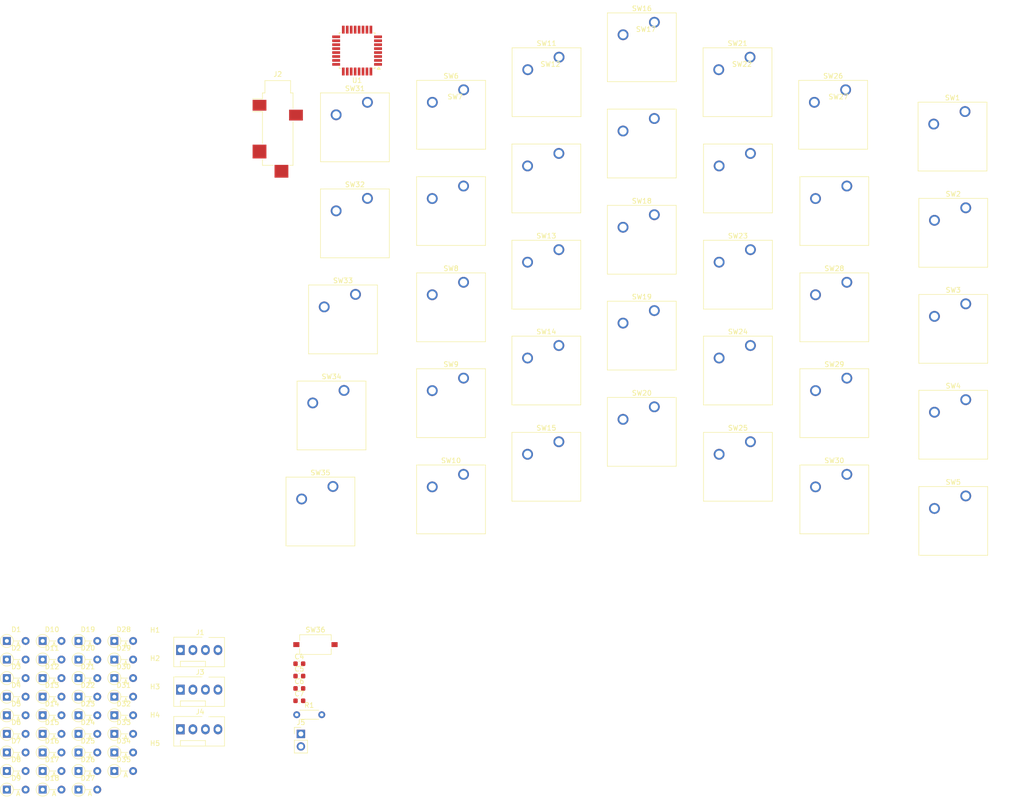
<source format=kicad_pcb>
(kicad_pcb (version 20240108) (generator "pcbnew") (generator_version "8.0")
  (layers (0 "F.Cu" signal) (31 "B.Cu" signal) (34 "B.Paste" user) (35 "F.Paste" user) (36 "B.SilkS" user "B.Silkscreen") (37 "F.SilkS" user "F.Silkscreen") (38 "B.Mask" user) (39 "F.Mask" user) (44 "Edge.Cuts" user))
  (net 0 "")
  (net 1 "VDD")
  (net 2 "GND")
  (net 3 "Net-(J3-Pin_4)")
  (net 4 "row1")
  (net 5 "Net-(D1-A)")
  (net 6 "row2")
  (net 7 "Net-(D2-A)")
  (net 8 "Net-(D3-A)")
  (net 9 "row3")
  (net 10 "Net-(D4-A)")
  (net 11 "row4")
  (net 12 "Net-(D5-A)")
  (net 13 "row5")
  (net 14 "Net-(D6-A)")
  (net 15 "Net-(D7-A)")
  (net 16 "Net-(D8-A)")
  (net 17 "Net-(D9-A)")
  (net 18 "Net-(D10-A)")
  (net 19 "Net-(D11-A)")
  (net 20 "Net-(D12-A)")
  (net 21 "Net-(D13-A)")
  (net 22 "Net-(D14-A)")
  (net 23 "Net-(D15-A)")
  (net 24 "Net-(D16-A)")
  (net 25 "Net-(D17-A)")
  (net 26 "Net-(D18-A)")
  (net 27 "Net-(D19-A)")
  (net 28 "Net-(D20-A)")
  (net 29 "Net-(D21-A)")
  (net 30 "Net-(D22-A)")
  (net 31 "Net-(D23-A)")
  (net 32 "Net-(D24-A)")
  (net 33 "Net-(D25-A)")
  (net 34 "Net-(D26-A)")
  (net 35 "Net-(D27-A)")
  (net 36 "Net-(D28-A)")
  (net 37 "Net-(D29-A)")
  (net 38 "Net-(D30-A)")
  (net 39 "Net-(D31-A)")
  (net 40 "Net-(D32-A)")
  (net 41 "Net-(D33-A)")
  (net 42 "Net-(D34-A)")
  (net 43 "Net-(D35-A)")
  (net 44 "Net-(J1-Pin_2)")
  (net 45 "Net-(J1-Pin_4)")
  (net 46 "Net-(J1-Pin_3)")
  (net 47 "Net-(J1-Pin_1)")
  (net 48 "scl")
  (net 49 "Net-(J3-Pin_1)")
  (net 50 "Net-(J4-Pin_3)")
  (net 51 "Net-(J4-Pin_2)")
  (net 52 "Net-(J4-Pin_1)")
  (net 53 "Net-(J4-Pin_4)")
  (net 54 "Net-(J5-Pin_1)")
  (net 55 "Net-(J5-Pin_2)")
  (net 56 "Net-(R1-Pad1)")
  (net 57 "col1")
  (net 58 "col2")
  (net 59 "col3")
  (net 60 "col4")
  (net 61 "col5")
  (net 62 "col6")
  (net 63 "col7")
  (net 66 "sda")
  (footprint "Diode_THT:D_DO-35_SOD27_P3.81mm_Vertical_AnodeUp" (layer "F.Cu") (at 27.602742 172.702339)
    (property "Reference" "D14" (at 1.905 -2.326371 0) (layer "F.SilkS"))
    (property "Value" "D_45deg")
    (fp_text user "A" (at 2.31 0.8 0) (layer "F.SilkS"))
    (pad "1" thru_hole rect (at 0 0) (size 1.6 1.6) (drill 0.8) (layers "*.Cu" "*.Mask") (net 11 "row4"))
    (pad "2" thru_hole oval (at 3.81 0) (size 1.6 1.6) (drill 0.8) (layers "*.Cu" "*.Mask") (net 22 "Net-(D14-A)"))
  )
  (footprint "Button_Switch_Keyboard:SW_Cherry_MX_1.00u_PCB" (layer "F.Cu") (at 190.77 104.25)
    (property "Reference" "SW29" (at -2.54 -2.794 0) (layer "F.SilkS"))
    (property "Value" "SW_Push")
    (pad "" np_thru_hole circle (at -7.62 5.08) (size 1.7 1.7) (drill 1.7) (layers "*.Cu" "*.Mask"))
    (pad "" np_thru_hole circle (at -2.54 5.08) (size 4 4) (drill 4) (layers "*.Cu" "*.Mask"))
    (pad "" np_thru_hole circle (at 2.54 5.08) (size 1.7 1.7) (drill 1.7) (layers "*.Cu" "*.Mask"))
    (pad "1" thru_hole circle (at 0 0) (size 2.2 2.2) (drill 1.5) (layers "*.Cu" "*.Mask") (net 62 "col6"))
    (pad "2" thru_hole circle (at -6.35 2.54) (size 2.2 2.2) (drill 1.5) (layers "*.Cu" "*.Mask") (net 37 "Net-(D29-A)"))
  )
  (footprint "Package_QFP:TQFP-32_7x7mm_P0.8mm" (layer "F.Cu") (at 91.4 37.75 180)
    (property "Reference" "U1" (at 0 -6.05 360) (layer "F.SilkS"))
    (property "Value" "AVR32DA32x-xPT")
    (pad "1" smd rect (at -4.25 -2.8 180) (size 1.6 0.55) (layers "F.Cu" "F.Paste" "F.Mask") (net 48 "scl"))
    (pad "2" smd rect (at -4.25 -2 180) (size 1.6 0.55) (layers "F.Cu" "F.Paste" "F.Mask") (net 53 "Net-(J4-Pin_4)"))
    (pad "3" smd rect (at -4.25 -1.2 180) (size 1.6 0.55) (layers "F.Cu" "F.Paste" "F.Mask") (net 50 "Net-(J4-Pin_3)"))
    (pad "4" smd rect (at -4.25 -0.4 180) (size 1.6 0.55) (layers "F.Cu" "F.Paste" "F.Mask") (net 51 "Net-(J4-Pin_2)"))
    (pad "5" smd rect (at -4.25 0.4 180) (size 1.6 0.55) (layers "F.Cu" "F.Paste" "F.Mask") (net 52 "Net-(J4-Pin_1)"))
    (pad "6" smd rect (at -4.25 1.2 180) (size 1.6 0.55) (layers "F.Cu" "F.Paste" "F.Mask") (net 45 "Net-(J1-Pin_4)"))
    (pad "7" smd rect (at -4.25 2 180) (size 1.6 0.55) (layers "F.Cu" "F.Paste" "F.Mask") (net 46 "Net-(J1-Pin_3)"))
    (pad "8" smd rect (at -4.25 2.8 180) (size 1.6 0.55) (layers "F.Cu" "F.Paste" "F.Mask") (net 44 "Net-(J1-Pin_2)"))
    (pad "9" smd rect (at -2.8 4.25 270) (size 1.6 0.55) (layers "F.Cu" "F.Paste" "F.Mask") (net 47 "Net-(J1-Pin_1)"))
    (pad "10" smd rect (at -2 4.25 270) (size 1.6 0.55) (layers "F.Cu" "F.Paste" "F.Mask") (net 57 "col1"))
    (pad "11" smd rect (at -1.2 4.25 270) (size 1.6 0.55) (layers "F.Cu" "F.Paste" "F.Mask") (net 58 "col2"))
    (pad "12" smd rect (at -0.4 4.25 270) (size 1.6 0.55) (layers "F.Cu" "F.Paste" "F.Mask") (net 59 "col3"))
    (pad "13" smd rect (at 0.4 4.25 270) (size 1.6 0.55) (layers "F.Cu" "F.Paste" "F.Mask") (net 60 "col4"))
    (pad "14" smd rect (at 1.2 4.25 270) (size 1.6 0.55) (layers "F.Cu" "F.Paste" "F.Mask") (net 61 "col5"))
    (pad "15" smd rect (at 2 4.25 270) (size 1.6 0.55) (layers "F.Cu" "F.Paste" "F.Mask") (net 62 "col6"))
    (pad "16" smd rect (at 2.8 4.25 270) (size 1.6 0.55) (layers "F.Cu" "F.Paste" "F.Mask") (net 63 "col7"))
    (pad "17" smd rect (at 4.25 2.8 180) (size 1.6 0.55) (layers "F.Cu" "F.Paste" "F.Mask"))
    (pad "18" smd rect (at 4.25 2 180) (size 1.6 0.55) (layers "F.Cu" "F.Paste" "F.Mask") (net 1 "VDD"))
    (pad "19" smd rect (at 4.25 1.2 180) (size 1.6 0.55) (layers "F.Cu" "F.Paste" "F.Mask") (net 2 "GND"))
    (pad "20" smd rect (at 4.25 0.4 180) (size 1.6 0.55) (layers "F.Cu" "F.Paste" "F.Mask") (net 4 "row1"))
    (pad "21" smd rect (at 4.25 -0.4 180) (size 1.6 0.55) (layers "F.Cu" "F.Paste" "F.Mask") (net 6 "row2"))
    (pad "22" smd rect (at 4.25 -1.2 180) (size 1.6 0.55) (layers "F.Cu" "F.Paste" "F.Mask") (net 9 "row3"))
    (pad "23" smd rect (at 4.25 -2 180) (size 1.6 0.55) (layers "F.Cu" "F.Paste" "F.Mask") (net 11 "row4"))
    (pad "24" smd rect (at 4.25 -2.8 180) (size 1.6 0.55) (layers "F.Cu" "F.Paste" "F.Mask") (net 13 "row5"))
    (pad "25" smd rect (at 2.8 -4.25 270) (size 1.6 0.55) (layers "F.Cu" "F.Paste" "F.Mask"))
    (pad "26" smd rect (at 2 -4.25 270) (size 1.6 0.55) (layers "F.Cu" "F.Paste" "F.Mask") (net 3 "Net-(J3-Pin_4)"))
    (pad "27" smd rect (at 1.2 -4.25 270) (size 1.6 0.55) (layers "F.Cu" "F.Paste" "F.Mask") (net 49 "Net-(J3-Pin_1)"))
    (pad "28" smd rect (at 0.4 -4.25 270) (size 1.6 0.55) (layers "F.Cu" "F.Paste" "F.Mask") (net 1 "VDD"))
    (pad "29" smd rect (at -0.4 -4.25 270) (size 1.6 0.55) (layers "F.Cu" "F.Paste" "F.Mask"))
    (pad "30" smd rect (at -1.2 -4.25 270) (size 1.6 0.55) (layers "F.Cu" "F.Paste" "F.Mask") (net 55 "Net-(J5-Pin_2)"))
    (pad "31" smd rect (at -2 -4.25 270) (size 1.6 0.55) (layers "F.Cu" "F.Paste" "F.Mask") (net 54 "Net-(J5-Pin_1)"))
    (pad "32" smd rect (at -2.8 -4.25 270) (size 1.6 0.55) (layers "F.Cu" "F.Paste" "F.Mask") (net 66 "sda"))
  )
  (footprint "Diode_THT:D_DO-35_SOD27_P3.81mm_Vertical_AnodeUp" (layer "F.Cu") (at 42.145484 165.156855)
    (property "Reference" "D30" (at 1.905 -2.326371 0) (layer "F.SilkS"))
    (property "Value" "D_45deg")
    (fp_text user "A" (at 2.31 0.8 0) (layer "F.SilkS"))
    (pad "1" thru_hole rect (at 0 0) (size 1.6 1.6) (drill 0.8) (layers "*.Cu" "*.Mask") (net 13 "row5"))
    (pad "2" thru_hole oval (at 3.81 0) (size 1.6 1.6) (drill 0.8) (layers "*.Cu" "*.Mask") (net 38 "Net-(D30-A)"))
  )
  (footprint "Button_Switch_Keyboard:SW_Cherry_MX_1.00u_PCB" (layer "F.Cu") (at 151.71 71.08)
    (property "Reference" "SW18" (at -2.54 -2.794 0) (layer "F.SilkS"))
    (property "Value" "SW_Push")
    (pad "" np_thru_hole circle (at -7.62 5.08) (size 1.7 1.7) (drill 1.7) (layers "*.Cu" "*.Mask"))
    (pad "" np_thru_hole circle (at -2.54 5.08) (size 4 4) (drill 4) (layers "*.Cu" "*.Mask"))
    (pad "" np_thru_hole circle (at 2.54 5.08) (size 1.7 1.7) (drill 1.7) (layers "*.Cu" "*.Mask"))
    (pad "1" thru_hole circle (at 0 0) (size 2.2 2.2) (drill 1.5) (layers "*.Cu" "*.Mask") (net 60 "col4"))
    (pad "2" thru_hole circle (at -6.35 2.54) (size 2.2 2.2) (drill 1.5) (layers "*.Cu" "*.Mask") (net 26 "Net-(D18-A)"))
  )
  (footprint "Button_Switch_Keyboard:SW_Cherry_MX_1.00u_PCB" (layer "F.Cu") (at 190.77 65.25)
    (property "Reference" "SW27" (at -1.71 -18.114 0) (layer "F.SilkS"))
    (property "Value" "SW_Push")
    (pad "" np_thru_hole circle (at -7.62 5.08) (size 1.7 1.7) (drill 1.7) (layers "*.Cu" "*.Mask"))
    (pad "" np_thru_hole circle (at -2.54 5.08) (size 4 4) (drill 4) (layers "*.Cu" "*.Mask"))
    (pad "" np_thru_hole circle (at 2.54 5.08) (size 1.7 1.7) (drill 1.7) (layers "*.Cu" "*.Mask"))
    (pad "1" thru_hole circle (at 0 0) (size 2.2 2.2) (drill 1.5) (layers "*.Cu" "*.Mask") (net 62 "col6"))
    (pad "2" thru_hole circle (at -6.35 2.54) (size 2.2 2.2) (drill 1.5) (layers "*.Cu" "*.Mask") (net 35 "Net-(D27-A)"))
  )
  (footprint "Connector:FanPinHeader_1x04_P2.54mm_Vertical" (layer "F.Cu") (at 55.55 175.55)
    (property "Reference" "J4" (at 4 -3.55 0) (layer "F.SilkS"))
    (property "Value" "Conn_01x04_Pin")
    (pad "" np_thru_hole circle (at 5.08 -2.16 90) (size 1.1 1.1) (drill 1.1) (layers "*.Cu" "*.Mask"))
    (pad "1" thru_hole rect (at 0 0 90) (size 2.03 1.73) (drill 1.02) (layers "*.Cu" "*.Mask") (net 52 "Net-(J4-Pin_1)"))
    (pad "2" thru_hole oval (at 2.54 0 90) (size 2.03 1.73) (drill 1.02) (layers "*.Cu" "*.Mask") (net 51 "Net-(J4-Pin_2)"))
    (pad "3" thru_hole oval (at 5.08 0 90) (size 2.03 1.73) (drill 1.02) (layers "*.Cu" "*.Mask") (net 50 "Net-(J4-Pin_3)"))
    (pad "4" thru_hole oval (at 7.62 0 90) (size 2.03 1.73) (drill 1.02) (layers "*.Cu" "*.Mask") (net 53 "Net-(J4-Pin_4)"))
  )
  (footprint "Diode_THT:D_DO-35_SOD27_P3.81mm_Vertical_AnodeUp" (layer "F.Cu") (at 27.602742 157.611371)
    (property "Reference" "D10" (at 1.905 -2.326371 0) (layer "F.SilkS"))
    (property "Value" "D_45deg")
    (fp_text user "A" (at 2.31 0.8 0) (layer "F.SilkS"))
    (pad "1" thru_hole rect (at 0 0) (size 1.6 1.6) (drill 0.8) (layers "*.Cu" "*.Mask") (net 13 "row5"))
    (pad "2" thru_hole oval (at 3.81 0) (size 1.6 1.6) (drill 0.8) (layers "*.Cu" "*.Mask") (net 18 "Net-(D10-A)"))
  )
  (footprint "Diode_THT:D_DO-35_SOD27_P3.81mm_Vertical_AnodeUp" (layer "F.Cu") (at 20.331371 184.020565)
    (property "Reference" "D8" (at 1.905 -2.326371 0) (layer "F.SilkS"))
    (property "Value" "D_45deg")
    (fp_text user "A" (at 2.31 0.8 0) (layer "F.SilkS"))
    (pad "1" thru_hole rect (at 0 0) (size 1.6 1.6) (drill 0.8) (layers "*.Cu" "*.Mask") (net 9 "row3"))
    (pad "2" thru_hole oval (at 3.81 0) (size 1.6 1.6) (drill 0.8) (layers "*.Cu" "*.Mask") (net 16 "Net-(D8-A)"))
  )
  (footprint "Button_Switch_Keyboard:SW_Cherry_MX_1.75u_PCB" (layer "F.Cu") (at 86.5 126.25)
    (property "Reference" "SW35" (at -2.54 -2.794 0) (layer "F.SilkS"))
    (property "Value" "SW_Push")
    (pad "" np_thru_hole circle (at -7.62 5.08) (size 1.7 1.7) (drill 1.7) (layers "*.Cu" "*.Mask"))
    (pad "" np_thru_hole circle (at -2.54 5.08) (size 4 4) (drill 4) (layers "*.Cu" "*.Mask"))
    (pad "" np_thru_hole circle (at 2.54 5.08) (size 1.7 1.7) (drill 1.7) (layers "*.Cu" "*.Mask"))
    (pad "1" thru_hole circle (at 0 0) (size 2.2 2.2) (drill 1.5) (layers "*.Cu" "*.Mask") (net 63 "col7"))
    (pad "2" thru_hole circle (at -6.35 2.54) (size 2.2 2.2) (drill 1.5) (layers "*.Cu" "*.Mask") (net 43 "Net-(D35-A)"))
  )
  (footprint "Diode_THT:D_DO-35_SOD27_P3.81mm_Vertical_AnodeUp" (layer "F.Cu") (at 20.331371 168.929597)
    (property "Reference" "D4" (at 1.905 -2.326371 0) (layer "F.SilkS"))
    (property "Value" "D_45deg")
    (fp_text user "A" (at 2.31 0.8 0) (layer "F.SilkS"))
    (pad "1" thru_hole rect (at 0 0) (size 1.6 1.6) (drill 0.8) (layers "*.Cu" "*.Mask") (net 11 "row4"))
    (pad "2" thru_hole oval (at 3.81 0) (size 1.6 1.6) (drill 0.8) (layers "*.Cu" "*.Mask") (net 10 "Net-(D4-A)"))
  )
  (footprint "Button_Switch_Keyboard:SW_Cherry_MX_1.50u_PCB" (layer "F.Cu") (at 214.75 50.13)
    (property "Reference" "SW1" (at -2.54 -2.794 0) (layer "F.SilkS"))
    (property "Value" "SW_Push")
    (pad "" np_thru_hole circle (at -7.62 5.08) (size 1.7 1.7) (drill 1.7) (layers "*.Cu" "*.Mask"))
    (pad "" np_thru_hole circle (at -2.54 5.08) (size 4 4) (drill 4) (layers "*.Cu" "*.Mask"))
    (pad "" np_thru_hole circle (at 2.54 5.08) (size 1.7 1.7) (drill 1.7) (layers "*.Cu" "*.Mask"))
    (pad "1" thru_hole circle (at 0 0) (size 2.2 2.2) (drill 1.5) (layers "*.Cu" "*.Mask") (net 57 "col1"))
    (pad "2" thru_hole circle (at -6.35 2.54) (size 2.2 2.2) (drill 1.5) (layers "*.Cu" "*.Mask") (net 7 "Net-(D2-A)"))
  )
  (footprint "Diode_THT:D_DO-35_SOD27_P3.81mm_Vertical_AnodeUp" (layer "F.Cu") (at 42.145484 161.384113)
    (property "Reference" "D29" (at 1.905 -2.326371 0) (layer "F.SilkS"))
    (property "Value" "D_45deg")
    (fp_text user "A" (at 2.31 0.8 0) (layer "F.SilkS"))
    (pad "1" thru_hole rect (at 0 0) (size 1.6 1.6) (drill 0.8) (layers "*.Cu" "*.Mask") (net 11 "row4"))
    (pad "2" thru_hole oval (at 3.81 0) (size 1.6 1.6) (drill 0.8) (layers "*.Cu" "*.Mask") (net 37 "Net-(D29-A)"))
  )
  (footprint "Connector_Audio:Jack_3.5mm_CUI_SJ-3524-SMT_Horizontal" (layer "F.Cu") (at 75.3 52.45)
    (property "Reference" "J2" (at 0 -9.9 0) (layer "F.SilkS"))
    (property "Value" "AudioJack4")
    (pad "" np_thru_hole circle (at 0 -2.5) (size 1.7 1.7) (drill 1.7) (layers "*.Cu" "*.Mask"))
    (pad "" np_thru_hole circle (at 0 4.5) (size 1.7 1.7) (drill 1.7) (layers "*.Cu" "*.Mask"))
    (pad "R" smd rect (at 3.7 -1.6) (size 2.8 2.2) (layers "F.Cu" "F.Paste" "F.Mask"))
    (pad "S" smd rect (at -3.7 -3.6) (size 2.8 2.2) (layers "F.Cu" "F.Paste" "F.Mask") (net 2 "GND"))
    (pad "T" smd rect (at -3.7 5.8) (size 2.8 2.8) (layers "F.Cu" "F.Paste" "F.Mask") (net 48 "scl"))
    (pad "TN" smd rect (at 0.75 9.8) (size 2.8 2.6) (layers "F.Cu" "F.Paste" "F.Mask"))
  )
  (footprint "Diode_THT:D_DO-35_SOD27_P3.81mm_Vertical_AnodeUp" (layer "F.Cu") (at 27.602742 176.475081)
    (property "Reference" "D15" (at 1.905 -2.326371 0) (layer "F.SilkS"))
    (property "Value" "D_45deg")
    (fp_text user "A" (at 2.31 0.8 0) (layer "F.SilkS"))
    (pad "1" thru_hole rect (at 0 0) (size 1.6 1.6) (drill 0.8) (layers "*.Cu" "*.Mask") (net 13 "row5"))
    (pad "2" thru_hole oval (at 3.81 0) (size 1.6 1.6) (drill 0.8) (layers "*.Cu" "*.Mask") (net 23 "Net-(D15-A)"))
  )
  (footprint "Connector:FanPinHeader_1x04_P2.54mm_Vertical" (layer "F.Cu") (at 55.55 167.5)
    (property "Reference" "J3" (at 4 -3.55 0) (layer "F.SilkS"))
    (property "Value" "Conn_01x04_Pin")
    (pad "" np_thru_hole circle (at 5.08 -2.16 90) (size 1.1 1.1) (drill 1.1) (layers "*.Cu" "*.Mask"))
    (pad "1" thru_hole rect (at 0 0 90) (size 2.03 1.73) (drill 1.02) (layers "*.Cu" "*.Mask") (net 49 "Net-(J3-Pin_1)"))
    (pad "2" thru_hole oval (at 2.54 0 90) (size 2.03 1.73) (drill 1.02) (layers "*.Cu" "*.Mask") (net 1 "VDD"))
    (pad "3" thru_hole oval (at 5.08 0 90) (size 2.03 1.73) (drill 1.02) (layers "*.Cu" "*.Mask") (net 2 "GND"))
    (pad "4" thru_hole oval (at 7.62 0 90) (size 2.03 1.73) (drill 1.02) (layers "*.Cu" "*.Mask") (net 3 "Net-(J3-Pin_4)"))
  )
  (footprint "Diode_THT:D_DO-35_SOD27_P3.81mm_Vertical_AnodeUp" (layer "F.Cu") (at 27.602742 187.793307)
    (property "Reference" "D18" (at 1.905 -2.326371 0) (layer "F.SilkS"))
    (property "Value" "D_45deg")
    (fp_text user "A" (at 2.31 0.8 0) (layer "F.SilkS"))
    (pad "1" thru_hole rect (at 0 0) (size 1.6 1.6) (drill 0.8) (layers "*.Cu" "*.Mask") (net 9 "row3"))
    (pad "2" thru_hole oval (at 3.81 0) (size 1.6 1.6) (drill 0.8) (layers "*.Cu" "*.Mask") (net 26 "Net-(D18-A)"))
  )
  (footprint "Diode_THT:D_DO-35_SOD27_P3.81mm_Vertical_AnodeUp" (layer "F.Cu") (at 34.874113 157.611371)
    (property "Reference" "D19" (at 1.905 -2.326371 0) (layer "F.SilkS"))
    (property "Value" "D_45deg")
    (fp_text user "A" (at 2.31 0.8 0) (layer "F.SilkS"))
    (pad "1" thru_hole rect (at 0 0) (size 1.6 1.6) (drill 0.8) (layers "*.Cu" "*.Mask") (net 11 "row4"))
    (pad "2" thru_hole oval (at 3.81 0) (size 1.6 1.6) (drill 0.8) (layers "*.Cu" "*.Mask") (net 27 "Net-(D19-A)"))
  )
  (footprint "Diode_THT:D_DO-35_SOD27_P3.81mm_Vertical_AnodeUp" (layer "F.Cu") (at 34.874113 180.247823)
    (property "Reference" "D25" (at 1.905 -2.326371 0) (layer "F.SilkS"))
    (property "Value" "D_45deg")
    (fp_text user "A" (at 2.31 0.8 0) (layer "F.SilkS"))
    (pad "1" thru_hole rect (at 0 0) (size 1.6 1.6) (drill 0.8) (layers "*.Cu" "*.Mask") (net 13 "row5"))
    (pad "2" thru_hole oval (at 3.81 0) (size 1.6 1.6) (drill 0.8) (layers "*.Cu" "*.Mask") (net 33 "Net-(D25-A)"))
  )
  (footprint "Connector_PinHeader_2.54mm:PinHeader_1x02_P2.54mm_Vertical" (layer "F.Cu") (at 80 176.49)
    (property "Reference" "J5" (at 0 -2.33 0) (layer "F.SilkS"))
    (property "Value" "Conn_01x02_Pin")
    (pad "1" thru_hole rect (at 0 0) (size 1.7 1.7) (drill 1) (layers "*.Cu" "*.Mask") (net 54 "Net-(J5-Pin_1)"))
    (pad "2" thru_hole oval (at 0 2.54) (size 1.7 1.7) (drill 1) (layers "*.Cu" "*.Mask") (net 55 "Net-(J5-Pin_2)"))
  )
  (footprint "Diode_THT:D_DO-35_SOD27_P3.81mm_Vertical_AnodeUp" (layer "F.Cu") (at 34.874113 172.702339)
    (property "Reference" "D23" (at 1.905 -2.326371 0) (layer "F.SilkS"))
    (property "Value" "D_45deg")
    (fp_text user "A" (at 2.31 0.8 0) (layer "F.SilkS"))
    (pad "1" thru_hole rect (at 0 0) (size 1.6 1.6) (drill 0.8) (layers "*.Cu" "*.Mask") (net 9 "row3"))
    (pad "2" thru_hole oval (at 3.81 0) (size 1.6 1.6) (drill 0.8) (layers "*.Cu" "*.Mask") (net 31 "Net-(D23-A)"))
  )
  (footprint "Capacitor_SMD:C_0603_1608Metric" (layer "F.Cu") (at 79.68 162.23)
    (property "Reference" "C4" (at 0 -1.43 0) (layer "F.SilkS"))
    (property "Value" "C_Small")
    (pad "1" smd roundrect (at -0.775 0) (size 0.9 0.95) (layers "F.Cu" "F.Paste" "F.Mask") (net 2 "GND"))
    (pad "2" smd roundrect (at 0.775 0) (size 0.9 0.95) (layers "F.Cu" "F.Paste" "F.Mask") (net 1 "VDD"))
  )
  (footprint "Button_Switch_Keyboard:SW_Cherry_MX_1.00u_PCB" (layer "F.Cu") (at 132.38 39.09)
    (property "Reference" "SW11" (at -2.54 -2.794 0) (layer "F.SilkS"))
    (property "Value" "SW_Push")
    (pad "" np_thru_hole circle (at -7.62 5.08) (size 1.7 1.7) (drill 1.7) (layers "*.Cu" "*.Mask"))
    (pad "" np_thru_hole circle (at -2.54 5.08) (size 4 4) (drill 4) (layers "*.Cu" "*.Mask"))
    (pad "" np_thru_hole circle (at 2.54 5.08) (size 1.7 1.7) (drill 1.7) (layers "*.Cu" "*.Mask"))
    (pad "1" thru_hole circle (at 0 0) (size 2.2 2.2) (drill 1.5) (layers "*.Cu" "*.Mask") (net 59 "col3"))
    (pad "2" thru_hole circle (at -6.35 2.54) (size 2.2 2.2) (drill 1.5) (layers "*.Cu" "*.Mask") (net 19 "Net-(D11-A)"))
  )
  (footprint "Diode_THT:D_DO-35_SOD27_P3.81mm_Vertical_AnodeUp" (layer "F.Cu") (at 20.331371 176.475081)
    (property "Reference" "D6" (at 1.905 -2.326371 0) (layer "F.SilkS"))
    (property "Value" "D_45deg")
    (fp_text user "A" (at 2.31 0.8 0) (layer "F.SilkS"))
    (pad "1" thru_hole rect (at 0 0) (size 1.6 1.6) (drill 0.8) (layers "*.Cu" "*.Mask") (net 4 "row1"))
    (pad "2" thru_hole oval (at 3.81 0) (size 1.6 1.6) (drill 0.8) (layers "*.Cu" "*.Mask") (net 14 "Net-(D6-A)"))
  )
  (footprint "Diode_THT:D_DO-35_SOD27_P3.81mm_Vertical_AnodeUp" (layer "F.Cu") (at 42.145484 180.247823)
    (property "Reference" "D34" (at 1.905 -2.326371 0) (layer "F.SilkS"))
    (property "Value" "D_45deg")
    (fp_text user "A" (at 2.31 0.8 0) (layer "F.SilkS"))
    (pad "1" thru_hole rect (at 0 0) (size 1.6 1.6) (drill 0.8) (layers "*.Cu" "*.Mask") (net 11 "row4"))
    (pad "2" thru_hole oval (at 3.81 0) (size 1.6 1.6) (drill 0.8) (layers "*.Cu" "*.Mask") (net 42 "Net-(D34-A)"))
  )
  (footprint "Button_Switch_Keyboard:SW_Cherry_MX_1.00u_PCB" (layer "F.Cu") (at 113 65.25)
    (property "Reference" "SW7" (at -1.71 -18.114 0) (layer "F.SilkS"))
    (property "Value" "SW_Push")
    (pad "" np_thru_hole circle (at -7.62 5.08) (size 1.7 1.7) (drill 1.7) (layers "*.Cu" "*.Mask"))
    (pad "" np_thru_hole circle (at -2.54 5.08) (size 4 4) (drill 4) (layers "*.Cu" "*.Mask"))
    (pad "" np_thru_hole circle (at 2.54 5.08) (size 1.7 1.7) (drill 1.7) (layers "*.Cu" "*.Mask"))
    (pad "1" thru_hole circle (at 0 0) (size 2.2 2.2) (drill 1.5) (layers "*.Cu" "*.Mask") (net 58 "col2"))
    (pad "2" thru_hole circle (at -6.35 2.54) (size 2.2 2.2) (drill 1.5) (layers "*.Cu" "*.Mask") (net 15 "Net-(D7-A)"))
  )
  (footprint "MountingHole:MountingHole_2.1mm" (layer "F.Cu") (at 50.4 175.85)
    (property "Reference" "H4" (at 0 -3.2 0) (layer "F.SilkS"))
    (property "Value" "MountingHole")
    (pad "" np_thru_hole circle (at 0 0) (size 2.1 2.1) (drill 2.1) (layers "*.Cu" "*.Mask"))
  )
  (footprint "Capacitor_SMD:C_0603_1608Metric" (layer "F.Cu") (at 79.68 164.74)
    (property "Reference" "C5" (at 0 -1.43 0) (layer "F.SilkS"))
    (property "Value" "C_Small")
    (pad "1" smd roundrect (at -0.775 0) (size 0.9 0.95) (layers "F.Cu" "F.Paste" "F.Mask") (net 2 "GND"))
    (pad "2" smd roundrect (at 0.775 0) (size 0.9 0.95) (layers "F.Cu" "F.Paste" "F.Mask") (net 1 "VDD"))
  )
  (footprint "Diode_THT:D_DO-35_SOD27_P3.81mm_Vertical_AnodeUp" (layer "F.Cu") (at 20.331371 172.702339)
    (property "Reference" "D5" (at 1.905 -2.326371 0) (layer "F.SilkS"))
    (property "Value" "D_45deg")
    (fp_text user "A" (at 2.31 0.8 0) (layer "F.SilkS"))
    (pad "1" thru_hole rect (at 0 0) (size 1.6 1.6) (drill 0.8) (layers "*.Cu" "*.Mask") (net 13 "row5"))
    (pad "2" thru_hole oval (at 3.81 0) (size 1.6 1.6) (drill 0.8) (layers "*.Cu" "*.Mask") (net 12 "Net-(D5-A)"))
  )
  (footprint "Button_Switch_Keyboard:SW_Cherry_MX_1.00u_PCB" (layer "F.Cu") (at 190.77 123.79)
    (property "Reference" "SW30" (at -2.54 -2.794 0) (layer "F.SilkS"))
    (property "Value" "SW_Push")
    (pad "" np_thru_hole circle (at -7.62 5.08) (size 1.7 1.7) (drill 1.7) (layers "*.Cu" "*.Mask"))
    (pad "" np_thru_hole circle (at -2.54 5.08) (size 4 4) (drill 4) (layers "*.Cu" "*.Mask"))
    (pad "" np_thru_hole circle (at 2.54 5.08) (size 1.7 1.7) (drill 1.7) (layers "*.Cu" "*.Mask"))
    (pad "1" thru_hole circle (at 0 0) (size 2.2 2.2) (drill 1.5) (layers "*.Cu" "*.Mask") (net 62 "col6"))
    (pad "2" thru_hole circle (at -6.35 2.54) (size 2.2 2.2) (drill 1.5) (layers "*.Cu" "*.Mask") (net 38 "Net-(D30-A)"))
  )
  (footprint "Button_Switch_Keyboard:SW_Cherry_MX_1.00u_PCB" (layer "F.Cu") (at 190.77 84.79)
    (property "Reference" "SW28" (at -2.54 -2.794 0) (layer "F.SilkS"))
    (property "Value" "SW_Push")
    (pad "" np_thru_hole circle (at -7.62 5.08) (size 1.7 1.7) (drill 1.7) (layers "*.Cu" "*.Mask"))
    (pad "" np_thru_hole circle (at -2.54 5.08) (size 4 4) (drill 4) (layers "*.Cu" "*.Mask"))
    (pad "" np_thru_hole circle (at 2.54 5.08) (size 1.7 1.7) (drill 1.7) (layers "*.Cu" "*.Mask"))
    (pad "1" thru_hole circle (at 0 0) (size 2.2 2.2) (drill 1.5) (layers "*.Cu" "*.Mask") (net 62 "col6"))
    (pad "2" thru_hole circle (at -6.35 2.54) (size 2.2 2.2) (drill 1.5) (layers "*.Cu" "*.Mask") (net 36 "Net-(D28-A)"))
  )
  (footprint "Button_Switch_Keyboard:SW_Cherry_MX_1.50u_PCB" (layer "F.Cu") (at 214.9 128.17)
    (property "Reference" "SW5" (at -2.54 -2.794 0) (layer "F.SilkS"))
    (property "Value" "SW_Push")
    (pad "" np_thru_hole circle (at -7.62 5.08) (size 1.7 1.7) (drill 1.7) (layers "*.Cu" "*.Mask"))
    (pad "" np_thru_hole circle (at -2.54 5.08) (size 4 4) (drill 4) (layers "*.Cu" "*.Mask"))
    (pad "" np_thru_hole circle (at 2.54 5.08) (size 1.7 1.7) (drill 1.7) (layers "*.Cu" "*.Mask"))
    (pad "1" thru_hole circle (at 0 0) (size 2.2 2.2) (drill 1.5) (layers "*.Cu" "*.Mask") (net 57 "col1"))
    (pad "2" thru_hole circle (at -6.35 2.54) (size 2.2 2.2) (drill 1.5) (layers "*.Cu" "*.Mask") (net 12 "Net-(D5-A)"))
  )
  (footprint "Button_Switch_Keyboard:SW_Cherry_MX_1.00u_PCB" (layer "F.Cu") (at 151.72 32)
    (property "Reference" "SW16" (at -2.54 -2.794 0) (layer "F.SilkS"))
    (property "Value" "SW_Push")
    (pad "" np_thru_hole circle (at -7.62 5.08) (size 1.7 1.7) (drill 1.7) (layers "*.Cu" "*.Mask"))
    (pad "" np_thru_hole circle (at -2.54 5.08) (size 4 4) (drill 4) (layers "*.Cu" "*.Mask"))
    (pad "" np_thru_hole circle (at 2.54 5.08) (size 1.7 1.7) (drill 1.7) (layers "*.Cu" "*.Mask"))
    (pad "1" thru_hole circle (at 0 0) (size 2.2 2.2) (drill 1.5) (layers "*.Cu" "*.Mask") (net 60 "col4"))
    (pad "2" thru_hole circle (at -6.35 2.54) (size 2.2 2.2) (drill 1.5) (layers "*.Cu" "*.Mask") (net 24 "Net-(D16-A)"))
  )
  (footprint "Button_Switch_Keyboard:SW_Cherry_MX_1.00u_PCB" (layer "F.Cu") (at 171.21 58.63)
    (property "Reference" "SW22" (at -1.71 -18.114 0) (layer "F.SilkS"))
    (property "Value" "SW_Push")
    (pad "" np_thru_hole circle (at -7.62 5.08) (size 1.7 1.7) (drill 1.7) (layers "*.Cu" "*.Mask"))
    (pad "" np_thru_hole circle (at -2.54 5.08) (size 4 4) (drill 4) (layers "*.Cu" "*.Mask"))
    (pad "" np_thru_hole circle (at 2.54 5.08) (size 1.7 1.7) (drill 1.7) (layers "*.Cu" "*.Mask"))
    (pad "1" thru_hole circle (at 0 0) (size 2.2 2.2) (drill 1.5) (layers "*.Cu" "*.Mask") (net 61 "col5"))
    (pad "2" thru_hole circle (at -6.35 2.54) (size 2.2 2.2) (drill 1.5) (layers "*.Cu" "*.Mask") (net 30 "Net-(D22-A)"))
  )
  (footprint "Diode_THT:D_DO-35_SOD27_P3.81mm_Vertical_AnodeUp" (layer "F.Cu") (at 34.874113 187.793307)
    (property "Reference" "D27" (at 1.905 -2.326371 0) (layer "F.SilkS"))
    (property "Value" "D_45deg")
    (fp_text user "A" (at 2.31 0.8 0) (layer "F.SilkS"))
    (pad "1" thru_hole rect (at 0 0) (size 1.6 1.6) (drill 0.8) (layers "*.Cu" "*.Mask") (net 6 "row2"))
    (pad "2" thru_hole oval (at 3.81 0) (size 1.6 1.6) (drill 0.8) (layers "*.Cu" "*.Mask") (net 35 "Net-(D27-A)"))
  )
  (footprint "Diode_THT:D_DO-35_SOD27_P3.81mm_Vertical_AnodeUp" (layer "F.Cu") (at 42.145484 157.611371)
    (property "Reference" "D28" (at 1.905 -2.326371 0) (layer "F.SilkS"))
    (property "Value" "D_45deg")
    (fp_text user "A" (at 2.31 0.8 0) (layer "F.SilkS"))
    (pad "1" thru_hole rect (at 0 0) (size 1.6 1.6) (drill 0.8) (layers "*.Cu" "*.Mask") (net 9 "row3"))
    (pad "2" thru_hole oval (at 3.81 0) (size 1.6 1.6) (drill 0.8) (layers "*.Cu" "*.Mask") (net 36 "Net-(D28-A)"))
  )
  (footprint "Diode_THT:D_DO-35_SOD27_P3.81mm_Vertical_AnodeUp" (layer "F.Cu") (at 27.602742 180.247823)
    (property "Reference" "D16" (at 1.905 -2.326371 0) (layer "F.SilkS"))
    (property "Value" "D_45deg")
    (fp_text user "A" (at 2.31 0.8 0) (layer "F.SilkS"))
    (pad "1" thru_hole rect (at 0 0) (size 1.6 1.6) (drill 0.8) (layers "*.Cu" "*.Mask") (net 4 "row1"))
    (pad "2" thru_hole oval (at 3.81 0) (size 1.6 1.6) (drill 0.8) (layers "*.Cu" "*.Mask") (net 24 "Net-(D16-A)"))
  )
  (footprint "Button_Switch_SMD:SW_Tactile_SPST_NO_Straight_CK_PTS636Sx25SMTRLFS" (layer "F.Cu") (at 82.95 158.35)
    (property "Reference" "SW36" (at 0 -3 0) (layer "F.SilkS"))
    (property "Value" "SW_Push")
    (pad "1" smd rect (at -3.875 0) (size 1.25 1) (layers "F.Cu" "F.Paste" "F.Mask") (net 2 "GND"))
    (pad "2" smd rect (at 3.875 0) (size 1.25 1) (layers "F.Cu" "F.Paste" "F.Mask") (net 56 "Net-(R1-Pad1)"))
  )
  (footprint "MountingHole:MountingHole_2.1mm" (layer "F.Cu") (at 50.4 181.6)
    (property "Reference" "H5" (at 0 -3.2 0) (layer "F.SilkS"))
    (property "Value" "MountingHole")
    (pad "" np_thru_hole circle (at 0 0) (size 2.1 2.1) (drill 2.1) (layers "*.Cu" "*.Mask"))
  )
  (footprint "Button_Switch_Keyboard:SW_Cherry_MX_1.00u_PCB" (layer "F.Cu") (at 132.34 97.63)
    (property "Reference" "SW14" (at -2.54 -2.794 0) (layer "F.SilkS"))
    (property "Value" "SW_Push")
    (pad "" np_thru_hole circle (at -7.62 5.08) (size 1.7 1.7) (drill 1.7) (layers "*.Cu" "*.Mask"))
    (pad "" np_thru_hole circle (at -2.54 5.08) (size 4 4) (drill 4) (layers "*.Cu" "*.Mask"))
    (pad "" np_thru_hole circle (at 2.54 5.08) (size 1.7 1.7) (drill 1.7) (layers "*.Cu" "*.Mask"))
    (pad "1" thru_hole circle (at 0 0) (size 2.2 2.2) (drill 1.5) (layers "*.Cu" "*.Mask") (net 59 "col3"))
    (pad "2" thru_hole circle (at -6.35 2.54) (size 2.2 2.2) (drill 1.5) (layers "*.Cu" "*.Mask") (net 22 "Net-(D14-A)"))
  )
  (footprint "Capacitor_SMD:C_0603_1608Metric" (layer "F.Cu") (at 79.68 169.76)
    (property "Reference" "C7" (at 0 -1.43 0) (layer "F.SilkS"))
    (property "Value" "C_Small")
    (pad "1" smd roundrect (at -0.775 0) (size 0.9 0.95) (layers "F.Cu" "F.Paste" "F.Mask") (net 1 "VDD"))
    (pad "2" smd roundrect (at 0.775 0) (size 0.9 0.95) (layers "F.Cu" "F.Paste" "F.Mask") (net 2 "GND"))
  )
  (footprint "Button_Switch_Keyboard:SW_Cherry_MX_1.00u_PCB" (layer "F.Cu") (at 113 104.25)
    (property "Reference" "SW9" (at -2.54 -2.794 0) (layer "F.SilkS"))
    (property "Value" "SW_Push")
    (pad "" np_thru_hole circle (at -7.62 5.08) (size 1.7 1.7) (drill 1.7) (layers "*.Cu" "*.Mask"))
    (pad "" np_thru_hole circle (at -2.54 5.08) (size 4 4) (drill 4) (layers "*.Cu" "*.Mask"))
    (pad "" np_thru_hole circle (at 2.54 5.08) (size 1.7 1.7) (drill 1.7) (layers "*.Cu" "*.Mask"))
    (pad "1" thru_hole circle (at 0 0) (size 2.2 2.2) (drill 1.5) (layers "*.Cu" "*.Mask") (net 58 "col2"))
    (pad "2" thru_hole circle (at -6.35 2.54) (size 2.2 2.2) (drill 1.5) (layers "*.Cu" "*.Mask") (net 17 "Net-(D9-A)"))
  )
  (footprint "Button_Switch_Keyboard:SW_Cherry_MX_1.00u_PCB" (layer "F.Cu") (at 93.5 48.25)
    (property "Reference" "SW31" (at -2.54 -2.794 0) (layer "F.SilkS"))
    (property "Value" "SW_Push")
    (pad "" np_thru_hole circle (at -7.62 5.08) (size 1.7 1.7) (drill 1.7) (layers "*.Cu" "*.Mask"))
    (pad "" np_thru_hole circle (at -2.54 5.08) (size 4 4) (drill 4) (layers "*.Cu" "*.Mask"))
    (pad "" np_thru_hole circle (at 2.54 5.08) (size 1.7 1.7) (drill 1.7) (layers "*.Cu" "*.Mask"))
    (pad "1" thru_hole circle (at 0 0) (size 2.2 2.2) (drill 1.5) (layers "*.Cu" "*.Mask") (net 63 "col7"))
    (pad "2" thru_hole circle (at -6.35 2.54) (size 2.2 2.2) (drill 1.5) (layers "*.Cu" "*.Mask") (net 39 "Net-(D31-A)"))
  )
  (footprint "Button_Switch_Keyboard:SW_Cherry_MX_1.00u_PCB" (layer "F.Cu") (at 171.13 39.09)
    (property "Reference" "SW21" (at -2.54 -2.794 0) (layer "F.SilkS"))
    (property "Value" "SW_Push")
    (pad "" np_thru_hole circle (at -7.62 5.08) (size 1.7 1.7) (drill 1.7) (layers "*.Cu" "*.Mask"))
    (pad "" np_thru_hole circle (at -2.54 5.08) (size 4 4) (drill 4) (layers "*.Cu" "*.Mask"))
    (pad "" np_thru_hole circle (at 2.54 5.08) (size 1.7 1.7) (drill 1.7) (layers "*.Cu" "*.Mask"))
    (pad "1" thru_hole circle (at 0 0) (size 2.2 2.2) (drill 1.5) (layers "*.Cu" "*.Mask") (net 61 "col5"))
    (pad "2" thru_hole circle (at -6.35 2.54) (size 2.2 2.2) (drill 1.5) (layers "*.Cu" "*.Mask") (net 29 "Net-(D21-A)"))
  )
  (footprint "Button_Switch_Keyboard:SW_Cherry_MX_1.00u_PCB" (layer "F.Cu") (at 151.71 51.54)
    (property "Reference" "SW17" (at -1.71 -18.114 0) (layer "F.SilkS"))
    (property "Value" "SW_Push")
    (pad "" np_thru_hole circle (at -7.62 5.08) (size 1.7 1.7) (drill 1.7) (layers "*.Cu" "*.Mask"))
    (pad "" np_thru_hole circle (at -2.54 5.08) (size 4 4) (drill 4) (layers "*.Cu" "*.Mask"))
    (pad "" np_thru_hole circle (at 2.54 5.08) (size 1.7 1.7) (drill 1.7) (layers "*.Cu" "*.Mask"))
    (pad "1" thru_hole circle (at 0 0) (size 2.2 2.2) (drill 1.5) (layers "*.Cu" "*.Mask") (net 60 "col4"))
    (pad "2" thru_hole circle (at -6.35 2.54) (size 2.2 2.2) (drill 1.5) (layers "*.Cu" "*.Mask") (net 25 "Net-(D17-A)"))
  )
  (footprint "Diode_THT:D_DO-35_SOD27_P3.81mm_Vertical_AnodeUp" (layer "F.Cu") (at 34.874113 168.929597)
    (property "Reference" "D22" (at 1.905 -2.326371 0) (layer "F.SilkS"))
    (property "Value" "D_45deg")
    (fp_text user "A" (at 2.31 0.8 0) (layer "F.SilkS"))
    (pad "1" thru_hole rect (at 0 0) (size 1.6 1.6) (drill 0.8) (layers "*.Cu" "*.Mask") (net 6 "row2"))
    (pad "2" thru_hole oval (at 3.81 0) (size 1.6 1.6) (drill 0.8) (layers "*.Cu" "*.Mask") (net 30 "Net-(D22-A)"))
  )
  (footprint "Button_Switch_Keyboard:SW_Cherry_MX_1.00u_PCB" (layer "F.Cu") (at 190.53 45.71)
    (property "Reference" "SW26" (at -2.54 -2.794 0) (layer "F.SilkS"))
    (property "Value" "SW_Push")
    (pad "" np_thru_hole circle (at -7.62 5.08) (size 1.7 1.7) (drill 1.7) (layers "*.Cu" "*.Mask"))
    (pad "" np_thru_hole circle (at -2.54 5.08) (size 4 4) (drill 4) (layers "*.Cu" "*.Mask"))
    (pad "" np_thru_hole circle (at 2.54 5.08) (size 1.7 1.7) (drill 1.7) (layers "*.Cu" "*.Mask"))
    (pad "1" thru_hole circle (at 0 0) (size 2.2 2.2) (drill 1.5) (layers "*.Cu" "*.Mask") (net 62 "col6"))
    (pad "2" thru_hole circle (at -6.35 2.54) (size 2.2 2.2) (drill 1.5) (layers "*.Cu" "*.Mask") (net 34 "Net-(D26-A)"))
  )
  (footprint "Button_Switch_Keyboard:SW_Cherry_MX_1.50u_PCB" (layer "F.Cu") (at 214.9 89.17)
    (property "Reference" "SW3" (at -2.54 -2.794 0) (layer "F.SilkS"))
    (property "Value" "SW_Push")
    (pad "" np_thru_hole circle (at -7.62 5.08) (size 1.7 1.7) (drill 1.7) (layers "*.Cu" "*.Mask"))
    (pad "" np_thru_hole circle (at -2.54 5.08) (size 4 4) (drill 4) (layers "*.Cu" "*.Mask"))
    (pad "" np_thru_hole circle (at 2.54 5.08) (size 1.7 1.7) (drill 1.7) (layers "*.Cu" "*.Mask"))
    (pad "1" thru_hole circle (at 0 0) (size 2.2 2.2) (drill 1.5) (layers "*.Cu" "*.Mask") (net 57 "col1"))
    (pad "2" thru_hole circle (at -6.35 2.54) (size 2.2 2.2) (drill 1.5) (layers "*.Cu" "*.Mask") (net 8 "Net-(D3-A)"))
  )
  (footprint "MountingHole:MountingHole_2.1mm" (layer "F.Cu") (at 50.4 170.1)
    (property "Reference" "H3" (at 0 -3.2 0) (layer "F.SilkS"))
    (property "Value" "MountingHole")
    (pad "" np_thru_hole circle (at 0 0) (size 2.1 2.1) (drill 2.1) (layers "*.Cu" "*.Mask"))
  )
  (footprint "Diode_THT:D_DO-35_SOD27_P3.81mm_Vertical_AnodeUp" (layer "F.Cu") (at 20.331371 161.384113)
    (property "Reference" "D2" (at 1.905 -2.326371 0) (layer "F.SilkS"))
    (property "Value" "D_45deg")
    (fp_text user "A" (at 2.31 0.8 0) (layer "F.SilkS"))
    (pad "1" thru_hole rect (at 0 0) (size 1.6 1.6) (drill 0.8) (layers "*.Cu" "*.Mask") (net 6 "row2"))
    (pad "2" thru_hole oval (at 3.81 0) (size 1.6 1.6) (drill 0.8) (layers "*.Cu" "*.Mask") (net 7 "Net-(D2-A)"))
  )
  (footprint "Diode_THT:D_DO-35_SOD27_P3.81mm_Vertical_AnodeUp" (layer "F.Cu") (at 27.602742 184.020565)
    (property "Reference" "D17" (at 1.905 -2.326371 0) (layer "F.SilkS"))
    (property "Value" "D_45deg")
    (fp_text user "A" (at 2.31 0.8 0) (layer "F.SilkS"))
    (pad "1" thru_hole rect (at 0 0) (size 1.6 1.6) (drill 0.8) (layers "*.Cu" "*.Mask") (net 6 "row2"))
    (pad "2" thru_hole oval (at 3.81 0) (size 1.6 1.6) (drill 0.8) (layers "*.Cu" "*.Mask") (net 25 "Net-(D17-A)"))
  )
  (footprint "MountingHole:MountingHole_2.1mm" (layer "F.Cu") (at 50.4 158.6)
    (property "Reference" "H1" (at 0 -3.2 0) (layer "F.SilkS"))
    (property "Value" "MountingHole")
    (pad "" np_thru_hole circle (at 0 0) (size 2.1 2.1) (drill 2.1) (layers "*.Cu" "*.Mask"))
  )
  (footprint "Resistor_THT:R_Axial_DIN0204_L3.6mm_D1.6mm_P5.08mm_Horizontal" (layer "F.Cu") (at 79.15 172.59)
    (property "Reference" "R1" (at 2.54 -1.92 0) (layer "F.SilkS"))
    (property "Value" "R")
    (pad "1" thru_hole circle (at 0 0) (size 1.4 1.4) (drill 0.7) (layers "*.Cu" "*.Mask") (net 56 "Net-(R1-Pad1)"))
    (pad "2" thru_hole oval (at 5.08 0) (size 1.4 1.4) (drill 0.7) (layers "*.Cu" "*.Mask") (net 3 "Net-(J3-Pin_4)"))
  )
  (footprint "Diode_THT:D_DO-35_SOD27_P3.81mm_Vertical_AnodeUp" (layer "F.Cu") (at 42.145484 168.929597)
    (property "Reference" "D31" (at 1.905 -2.326371 0) (layer "F.SilkS"))
    (property "Value" "D_45deg")
    (fp_text user "A" (at 2.31 0.8 0) (layer "F.SilkS"))
    (pad "1" thru_hole rect (at 0 0) (size 1.6 1.6) (drill 0.8) (layers "*.Cu" "*.Mask") (net 4 "row1"))
    (pad "2" thru_hole oval (at 3.81 0) (size 1.6 1.6) (drill 0.8) (layers "*.Cu" "*.Mask") (net 39 "Net-(D31-A)"))
  )
  (footprint "Diode_THT:D_DO-35_SOD27_P3.81mm_Vertical_AnodeUp" (layer "F.Cu") (at 27.602742 165.156855)
    (property "Reference" "D12" (at 1.905 -2.326371 0) (layer "F.SilkS"))
    (property "Value" "D_45deg")
    (fp_text user "A" (at 2.31 0.8 0) (layer "F.SilkS"))
    (pad "1" thru_hole rect (at 0 0) (size 1.6 1.6) (drill 0.8) (layers "*.Cu" "*.Mask") (net 6 "row2"))
    (pad "2" thru_hole oval (at 3.81 0) (size 1.6 1.6) (drill 0.8) (layers "*.Cu" "*.Mask") (net 20 "Net-(D12-A)"))
  )
  (footprint "MountingHole:MountingHole_2.1mm" (layer "F.Cu") (at 50.4 164.35)
    (property "Reference" "H2" (at 0 -3.2 0) (layer "F.SilkS"))
    (property "Value" "MountingHole")
    (pad "" np_thru_hole circle (at 0 0) (size 2.1 2.1) (drill 2.1) (layers "*.Cu" "*.Mask"))
  )
  (footprint "Button_Switch_Keyboard:SW_Cherry_MX_1.00u_PCB" (layer "F.Cu") (at 132.34 58.63)
    (property "Reference" "SW12" (at -1.71 -18.114 0) (layer "F.SilkS"))
    (property "Value" "SW_Push")
    (pad "" np_thru_hole circle (at -7.62 5.08) (size 1.7 1.7) (drill 1.7) (layers "*.Cu" "*.Mask"))
    (pad "" np_thru_hole circle (at -2.54 5.08) (size 4 4) (drill 4) (layers "*.Cu" "*.Mask"))
    (pad "" np_thru_hole circle (at 2.54 5.08) (size 1.7 1.7) (drill 1.7) (layers "*.Cu" "*.Mask"))
    (pad "1" thru_hole circle (at 0 0) (size 2.2 2.2) (drill 1.5) (layers "*.Cu" "*.Mask") (net 59 "col3"))
    (pad "2" thru_hole circle (at -6.35 2.54) (size 2.2 2.2) (drill 1.5) (layers "*.Cu" "*.Mask") (net 20 "Net-(D12-A)"))
  )
  (footprint "Diode_THT:D_DO-35_SOD27_P3.81mm_Vertical_AnodeUp" (layer "F.Cu") (at 34.874113 184.020565)
    (property "Reference" "D26" (at 1.905 -2.326371 0) (layer "F.SilkS"))
    (property "Value" "D_45deg")
    (fp_text user "A" (at 2.31 0.8 0) (layer "F.SilkS"))
    (pad "1" thru_hole rect (at 0 0) (size 1.6 1.6) (drill 0.8) (layers "*.Cu" "*.Mask") (net 4 "row1"))
    (pad "2" thru_hole oval (at 3.81 0) (size 1.6 1.6) (drill 0.8) (layers "*.Cu" "*.Mask") (net 34 "Net-(D26-A)"))
  )
  (footprint "Button_Switch_Keyboard:SW_Cherry_MX_1.50u_PCB" (layer "F.Cu") (at 88.75 106.75)
    (property "Reference" "SW34" (at -2.54 -2.794 0) (layer "F.SilkS"))
    (property "Value" "SW_Push")
    (pad "" np_thru_hole circle (at -7.62 5.08) (size 1.7 1.7) (drill 1.7) (layers "*.Cu" "*.Mask"))
    (pad "" np_thru_hole circle (at -2.54 5.08) (size 4 4) (drill 4) (layers "*.Cu" "*.Mask"))
    (pad "" np_thru_hole circle (at 2.54 5.08) (size 1.7 1.7) (drill 1.7) (layers "*.Cu" "*.Mask"))
    (pad "1" thru_hole circle (at 0 0) (size 2.2 2.2) (drill 1.5) (layers "*.Cu" "*.Mask") (net 63 "col7"))
    (pad "2" thru_hole circle (at -6.35 2.54) (size 2.2 2.2) (drill 1.5) (layers "*.Cu" "*.Mask") (net 42 "Net-(D34-A)"))
  )
  (footprint "Button_Switch_Keyboard:SW_Cherry_MX_1.00u_PCB" (layer "F.Cu") (at 151.71 110.08)
    (property "Reference" "SW20" (at -2.54 -2.794 0) (layer "F.SilkS"))
    (property "Value" "SW_Push")
    (pad "" np_thru_hole circle (at -7.62 5.08) (size 1.7 1.7) (drill 1.7) (layers "*.Cu" "*.Mask"))
    (pad "" np_thru_hole circle (at -2.54 5.08) (size 4 4) (drill 4) (layers "*.Cu" "*.Mask"))
    (pad "" np_thru_hole circle (at 2.54 5.08) (size 1.7 1.7) (drill 1.7) (layers "*.Cu" "*.Mask"))
    (pad "1" thru_hole circle (at 0 0) (size 2.2 2.2) (drill 1.5) (layers "*.Cu" "*.Mask") (net 60 "col4"))
    (pad "2" thru_hole circle (at -6.35 2.54) (size 2.2 2.2) (drill 1.5) (layers "*.Cu" "*.Mask") (net 28 "Net-(D20-A)"))
  )
  (footprint "Diode_THT:D_DO-35_SOD27_P3.81mm_Vertical_AnodeUp" (layer "F.Cu") (at 27.602742 161.384113)
    (property "Reference" "D11" (at 1.905 -2.326371 0) (layer "F.SilkS"))
    (property "Value" "D_45deg")
    (fp_text user "A" (at 2.31 0.8 0) (layer "F.SilkS"))
    (pad "1" thru_hole rect (at 0 0) (size 1.6 1.6) (drill 0.8) (layers "*.Cu" "*.Mask") (net 4 "row1"))
    (pad "2" thru_hole oval (at 3.81 0) (size 1.6 1.6) (drill 0.8) (layers "*.Cu" "*.Mask") (net 19 "Net-(D11-A)"))
  )
  (footprint "Button_Switch_Keyboard:SW_Cherry_MX_1.00u_PCB" (layer "F.Cu") (at 171.21 117.17)
    (property "Reference" "SW25" (at -2.54 -2.794 0) (layer "F.SilkS"))
    (property "Value" "SW_Push")
    (pad "" np_thru_hole circle (at -7.62 5.08) (size 1.7 1.7) (drill 1.7) (layers "*.Cu" "*.Mask"))
    (pad "" np_thru_hole circle (at -2.54 5.08) (size 4 4) (drill 4) (layers "*.Cu" "*.Mask"))
    (pad "" np_thru_hole circle (at 2.54 5.08) (size 1.7 1.7) (drill 1.7) (layers "*.Cu" "*.Mask"))
    (pad "1" thru_hole circle (at 0 0) (size 2.2 2.2) (drill 1.5) (layers "*.Cu" "*.Mask") (net 61 "col5"))
    (pad "2" thru_hole circle (at -6.35 2.54) (size 2.2 2.2) (drill 1.5) (layers "*.Cu" "*.Mask") (net 33 "Net-(D25-A)"))
  )
  (footprint "Diode_THT:D_DO-35_SOD27_P3.81mm_Vertical_AnodeUp" (layer "F.Cu") (at 34.874113 161.384113)
    (property "Reference" "D20" (at 1.905 -2.326371 0) (layer "F.SilkS"))
    (property "Value" "D_45deg")
    (fp_text user "A" (at 2.31 0.8 0) (layer "F.SilkS"))
    (pad "1" thru_hole rect (at 0 0) (size 1.6 1.6) (drill 0.8) (layers "*.Cu" "*.Mask") (net 13 "row5"))
    (pad "2" thru_hole oval (at 3.81 0) (size 1.6 1.6) (drill 0.8) (layers "*.Cu" "*.Mask") (net 28 "Net-(D20-A)"))
  )
  (footprint "Button_Switch_Keyboard:SW_Cherry_MX_1.00u_PCB" (layer "F.Cu") (at 113.02 45.71)
    (property "Reference" "SW6" (at -2.54 -2.794 0) (layer "F.SilkS"))
    (property "Value" "SW_Push")
    (pad "" np_thru_hole circle (at -7.62 5.08) (size 1.7 1.7) (drill 1.7) (layers "*.Cu" "*.Mask"))
    (pad "" np_thru_hole circle (at -2.54 5.08) (size 4 4) (drill 4) (layers "*.Cu" "*.Mask"))
    (pad "" np_thru_hole circle (at 2.54 5.08) (size 1.7 1.7) (drill 1.7) (layers "*.Cu" "*.Mask"))
    (pad "1" thru_hole circle (at 0 0) (size 2.2 2.2) (drill 1.5) (layers "*.Cu" "*.Mask") (net 58 "col2"))
    (pad "2" thru_hole circle (at -6.35 2.54) (size 2.2 2.2) (drill 1.5) (layers "*.Cu" "*.Mask") (net 14 "Net-(D6-A)"))
  )
  (footprint "Button_Switch_Keyboard:SW_Cherry_MX_1.00u_PCB" (layer "F.Cu") (at 132.34 117.17)
    (property "Reference" "SW15" (at -2.54 -2.794 0) (layer "F.SilkS"))
    (property "Value" "SW_Push")
    (pad "" np_thru_hole circle (at -7.62 5.08) (size 1.7 1.7) (drill 1.7) (layers "*.Cu" "*.Mask"))
    (pad "" np_thru_hole circle (at -2.54 5.08) (size 4 4) (drill 4) (layers "*.Cu" "*.Mask"))
    (pad "" np_thru_hole circle (at 2.54 5.08) (size 1.7 1.7) (drill 1.7) (layers "*.Cu" "*.Mask"))
    (pad "1" thru_hole circle (at 0 0) (size 2.2 2.2) (drill 1.5) (layers "*.Cu" "*.Mask") (net 59 "col3"))
    (pad "2" thru_hole circle (at -6.35 2.54) (size 2.2 2.2) (drill 1.5) (layers "*.Cu" "*.Mask") (net 23 "Net-(D15-A)"))
  )
  (footprint "Connector:FanPinHeader_1x04_P2.54mm_Vertical" (layer "F.Cu") (at 55.55 159.45)
    (property "Reference" "J1" (at 4 -3.55 0) (layer "F.SilkS"))
    (property "Value" "Conn_01x04_Pin")
    (pad "" np_thru_hole circle (at 5.08 -2.16 90) (size 1.1 1.1) (drill 1.1) (layers "*.Cu" "*.Mask"))
    (pad "1" thru_hole rect (at 0 0 90) (size 2.03 1.73) (drill 1.02) (layers "*.Cu" "*.Mask") (net 47 "Net-(J1-Pin_1)"))
    (pad "2" thru_hole oval (at 2.54 0 90) (size 2.03 1.73) (drill 1.02) (layers "*.Cu" "*.Mask") (net 44 "Net-(J1-Pin_2)"))
    (pad "3" thru_hole oval (at 5.08 0 90) (size 2.03 1.73) (drill 1.02) (layers "*.Cu" "*.Mask") (net 46 "Net-(J1-Pin_3)"))
    (pad "4" thru_hole oval (at 7.62 0 90) (size 2.03 1.73) (drill 1.02) (layers "*.Cu" "*.Mask") (net 45 "Net-(J1-Pin_4)"))
  )
  (footprint "Button_Switch_Keyboard:SW_Cherry_MX_1.00u_PCB" (layer "F.Cu") (at 132.34 78.17)
    (property "Reference" "SW13" (at -2.54 -2.794 0) (layer "F.SilkS"))
    (property "Value" "SW_Push")
    (pad "" np_thru_hole circle (at -7.62 5.08) (size 1.7 1.7) (drill 1.7) (layers "*.Cu" "*.Mask"))
    (pad "" np_thru_hole circle (at -2.54 5.08) (size 4 4) (drill 4) (layers "*.Cu" "*.Mask"))
    (pad "" np_thru_hole circle (at 2.54 5.08) (size 1.7 1.7) (drill 1.7) (layers "*.Cu" "*.Mask"))
    (pad "1" thru_hole circle (at 0 0) (size 2.2 2.2) (drill 1.5) (layers "*.Cu" "*.Mask") (net 59 "col3"))
    (pad "2" thru_hole circle (at -6.35 2.54) (size 2.2 2.2) (drill 1.5) (layers "*.Cu" "*.Mask") (net 21 "Net-(D13-A)"))
  )
  (footprint "Button_Switch_Keyboard:SW_Cherry_MX_1.50u_PCB" (layer "F.Cu") (at 214.9 108.63)
    (property "Reference" "SW4" (at -2.54 -2.794 0) (layer "F.SilkS"))
    (property "Value" "SW_Push")
    (pad "" np_thru_hole circle (at -7.62 5.08) (size 1.7 1.7) (drill 1.7) (layers "*.Cu" "*.Mask"))
    (pad "" np_thru_hole circle (at -2.54 5.08) (size 4 4) (drill 4) (layers "*.Cu" "*.Mask"))
    (pad "" np_thru_hole circle (at 2.54 5.08) (size 1.7 1.7) (drill 1.7) (layers "*.Cu" "*.Mask"))
    (pad "1" thru_hole circle (at 0 0) (size 2.2 2.2) (drill 1.5) (layers "*.Cu" "*.Mask") (net 57 "col1"))
    (pad "2" thru_hole circle (at -6.35 2.54) (size 2.2 2.2) (drill 1.5) (layers "*.Cu" "*.Mask") (net 10 "Net-(D4-A)"))
  )
  (footprint "Diode_THT:D_DO-35_SOD27_P3.81mm_Vertical_AnodeUp" (layer "F.Cu") (at 42.145484 184.020565)
    (property "Reference" "D35" (at 1.905 -2.326371 0) (layer "F.SilkS"))
    (property "Value" "D_45deg")
    (fp_text user "A" (at 2.31 0.8 0) (layer "F.SilkS"))
    (pad "1" thru_hole rect (at 0 0) (size 1.6 1.6) (drill 0.8) (layers "*.Cu" "*.Mask") (net 13 "row5"))
    (pad "2" thru_hole oval (at 3.81 0) (size 1.6 1.6) (drill 0.8) (layers "*.Cu" "*.Mask") (net 43 "Net-(D35-A)"))
  )
  (footprint "Button_Switch_Keyboard:SW_Cherry_MX_1.00u_PCB" (layer "F.Cu") (at 171.21 97.63)
    (property "Reference" "SW24" (at -2.54 -2.794 0) (layer "F.SilkS"))
    (property "Value" "SW_Push")
    (pad "" np_thru_hole circle (at -7.62 5.08) (size 1.7 1.7) (drill 1.7) (layers "*.Cu" "*.Mask"))
    (pad "" np_thru_hole circle (at -2.54 5.08) (size 4 4) (drill 4) (layers "*.Cu" "*.Mask"))
    (pad "" np_thru_hole circle (at 2.54 5.08) (size 1.7 1.7) (drill 1.7) (layers "*.Cu" "*.Mask"))
    (pad "1" thru_hole circle (at 0 0) (size 2.2 2.2) (drill 1.5) (layers "*.Cu" "*.Mask") (net 61 "col5"))
    (pad "2" thru_hole circle (at -6.35 2.54) (size 2.2 2.2) (drill 1.5) (layers "*.Cu" "*.Mask") (net 32 "Net-(D24-A)"))
  )
  (footprint "Button_Switch_Keyboard:SW_Cherry_MX_1.50u_PCB" (layer "F.Cu") (at 214.9 69.67)
    (property "Reference" "SW2" (at -2.54 -2.794 0) (layer "F.SilkS"))
    (property "Value" "SW_Push")
    (pad "" np_thru_hole circle (at -7.62 5.08) (size 1.7 1.7) (drill 1.7) (layers "*.Cu" "*.Mask"))
    (pad "" np_thru_hole circle (at -2.54 5.08) (size 4 4) (drill 4) (layers "*.Cu" "*.Mask"))
    (pad "" np_thru_hole circle (at 2.54 5.08) (size 1.7 1.7) (drill 1.7) (layers "*.Cu" "*.Mask"))
    (pad "1" thru_hole circle (at 0 0) (size 2.2 2.2) (drill 1.5) (layers "*.Cu" "*.Mask") (net 57 "col1"))
    (pad "2" thru_hole circle (at -6.35 2.54) (size 2.2 2.2) (drill 1.5) (layers "*.Cu" "*.Mask") (net 5 "Net-(D1-A)"))
  )
  (footprint "Diode_THT:D_DO-35_SOD27_P3.81mm_Vertical_AnodeUp" (layer "F.Cu") (at 34.874113 165.156855)
    (property "Reference" "D21" (at 1.905 -2.326371 0) (layer "F.SilkS"))
    (property "Value" "D_45deg")
    (fp_text user "A" (at 2.31 0.8 0) (layer "F.SilkS"))
    (pad "1" thru_hole rect (at 0 0) (size 1.6 1.6) (drill 0.8) (layers "*.Cu" "*.Mask") (net 4 "row1"))
    (pad "2" thru_hole oval (at 3.81 0) (size 1.6 1.6) (drill 0.8) (layers "*.Cu" "*.Mask") (net 29 "Net-(D21-A)"))
  )
  (footprint "Button_Switch_Keyboard:SW_Cherry_MX_1.00u_PCB" (layer "F.Cu") (at 113 123.79)
    (property "Reference" "SW10" (at -2.54 -2.794 0) (layer "F.SilkS"))
    (property "Value" "SW_Push")
    (pad "" np_thru_hole circle (at -7.62 5.08) (size 1.7 1.7) (drill 1.7) (layers "*.Cu" "*.Mask"))
    (pad "" np_thru_hole circle (at -2.54 5.08) (size 4 4) (drill 4) (layers "*.Cu" "*.Mask"))
    (pad "" np_thru_hole circle (at 2.54 5.08) (size 1.7 1.7) (drill 1.7) (layers "*.Cu" "*.Mask"))
    (pad "1" thru_hole circle (at 0 0) (size 2.2 2.2) (drill 1.5) (layers "*.Cu" "*.Mask") (net 58 "col2"))
    (pad "2" thru_hole circle (at -6.35 2.54) (size 2.2 2.2) (drill 1.5) (layers "*.Cu" "*.Mask") (net 18 "Net-(D10-A)"))
  )
  (footprint "Button_Switch_Keyboard:SW_Cherry_MX_1.25u_PCB" (layer "F.Cu") (at 91.08 87.25)
    (property "Reference" "SW33" (at -2.54 -2.794 0) (layer "F.SilkS"))
    (property "Value" "SW_Push")
    (pad "" np_thru_hole circle (at -7.62 5.08) (size 1.7 1.7) (drill 1.7) (layers "*.Cu" "*.Mask"))
    (pad "" np_thru_hole circle (at -2.54 5.08) (size 4 4) (drill 4) (layers "*.Cu" "*.Mask"))
    (pad "" np_thru_hole circle (at 2.54 5.08) (size 1.7 1.7) (drill 1.7) (layers "*.Cu" "*.Mask"))
    (pad "1" thru_hole circle (at 0 0) (size 2.2 2.2) (drill 1.5) (layers "*.Cu" "*.Mask") (net 63 "col7"))
    (pad "2" thru_hole circle (at -6.35 2.54) (size 2.2 2.2) (drill 1.5) (layers "*.Cu" "*.Mask") (net 41 "Net-(D33-A)"))
  )
  (footprint "Button_Switch_Keyboard:SW_Cherry_MX_1.00u_PCB" (layer "F.Cu") (at 171.21 78.17)
    (property "Reference" "SW23" (at -2.54 -2.794 0) (layer "F.SilkS"))
    (property "Value" "SW_Push")
    (pad "" np_thru_hole circle (at -7.62 5.08) (size 1.7 1.7) (drill 1.7) (layers "*.Cu" "*.Mask"))
    (pad "" np_thru_hole circle (at -2.54 5.08) (size 4 4) (drill 4) (layers "*.Cu" "*.Mask"))
    (pad "" np_thru_hole circle (at 2.54 5.08) (size 1.7 1.7) (drill 1.7) (layers "*.Cu" "*.Mask"))
    (pad "1" thru_hole circle (at 0 0) (size 2.2 2.2) (drill 1.5) (layers "*.Cu" "*.Mask") (net 61 "col5"))
    (pad "2" thru_hole circle (at -6.35 2.54) (size 2.2 2.2) (drill 1.5) (layers "*.Cu" "*.Mask") (net 31 "Net-(D23-A)"))
  )
  (footprint "Diode_THT:D_DO-35_SOD27_P3.81mm_Vertical_AnodeUp" (layer "F.Cu") (at 42.145484 172.702339)
    (property "Reference" "D32" (at 1.905 -2.326371 0) (layer "F.SilkS"))
    (property "Value" "D_45deg")
    (fp_text user "A" (at 2.31 0.8 0) (layer "F.SilkS"))
    (pad "1" thru_hole rect (at 0 0) (size 1.6 1.6) (drill 0.8) (layers "*.Cu" "*.Mask") (net 6 "row2"))
    (pad "2" thru_hole oval (at 3.81 0) (size 1.6 1.6) (drill 0.8) (layers "*.Cu" "*.Mask") (net 40 "Net-(D32-A)"))
  )
  (footprint "Diode_THT:D_DO-35_SOD27_P3.81mm_Vertical_AnodeUp" (layer "F.Cu") (at 20.331371 180.247823)
    (property "Reference" "D7" (at 1.905 -2.326371 0) (layer "F.SilkS"))
    (property "Value" "D_45deg")
    (fp_text user "A" (at 2.31 0.8 0) (layer "F.SilkS"))
    (pad "1" thru_hole rect (at 0 0) (size 1.6 1.6) (drill 0.8) (layers "*.Cu" "*.Mask") (net 6 "row2"))
    (pad "2" thru_hole oval (at 3.81 0) (size 1.6 1.6) (drill 0.8) (layers "*.Cu" "*.Mask") (net 15 "Net-(D7-A)"))
  )
  (footprint "Button_Switch_Keyboard:SW_Cherry_MX_1.00u_PCB" (layer "F.Cu") (at 93.5 67.75)
    (property "Reference" "SW32" (at -2.54 -2.794 0) (layer "F.SilkS"))
    (property "Value" "SW_Push")
    (pad "" np_thru_hole circle (at -7.62 5.08) (size 1.7 1.7) (drill 1.7) (layers "*.Cu" "*.Mask"))
    (pad "" np_thru_hole circle (at -2.54 5.08) (size 4 4) (drill 4) (layers "*.Cu" "*.Mask"))
    (pad "" np_thru_hole circle (at 2.54 5.08) (size 1.7 1.7) (drill 1.7) (layers "*.Cu" "*.Mask"))
    (pad "1" thru_hole circle (at 0 0) (size 2.2 2.2) (drill 1.5) (layers "*.Cu" "*.Mask") (net 63 "col7"))
    (pad "2" thru_hole circle (at -6.35 2.54) (size 2.2 2.2) (drill 1.5) (layers "*.Cu" "*.Mask") (net 40 "Net-(D32-A)"))
  )
  (footprint "Diode_THT:D_DO-35_SOD27_P3.81mm_Vertical_AnodeUp" (layer "F.Cu") (at 20.331371 187.793307)
    (property "Reference" "D9" (at 1.905 -2.326371 0) (layer "F.SilkS"))
    (property "Value" "D_45deg")
    (fp_text user "A" (at 2.31 0.8 0) (layer "F.SilkS"))
    (pad "1" thru_hole rect (at 0 0) (size 1.6 1.6) (drill 0.8) (layers "*.Cu" "*.Mask") (net 11 "row4"))
    (pad "2" thru_hole oval (at 3.81 0) (size 1.6 1.6) (drill 0.8) (layers "*.Cu" "*.Mask") (net 17 "Net-(D9-A)"))
  )
  (footprint "Button_Switch_Keyboard:SW_Cherry_MX_1.00u_PCB" (layer "F.Cu") (at 151.71 90.54)
    (property "Reference" "SW19" (at -2.54 -2.794 0) (layer "F.SilkS"))
    (property "Value" "SW_Push")
    (pad "" np_thru_hole circle (at -7.62 5.08) (size 1.7 1.7) (drill 1.7) (layers "*.Cu" "*.Mask"))
    (pad "" np_thru_hole circle (at -2.54 5.08) (size 4 4) (drill 4) (layers "*.Cu" "*.Mask"))
    (pad "" np_thru_hole circle (at 2.54 5.08) (size 1.7 1.7) (drill 1.7) (layers "*.Cu" "*.Mask"))
    (pad "1" thru_hole circle (at 0 0) (size 2.2 2.2) (drill 1.5) (layers "*.Cu" "*.Mask") (net 60 "col4"))
    (pad "2" thru_hole circle (at -6.35 2.54) (size 2.2 2.2) (drill 1.5) (layers "*.Cu" "*.Mask") (net 27 "Net-(D19-A)"))
  )
  (footprint "Diode_THT:D_DO-35_SOD27_P3.81mm_Vertical_AnodeUp" (layer "F.Cu") (at 34.874113 176.475081)
    (property "Reference" "D24" (at 1.905 -2.326371 0) (layer "F.SilkS"))
    (property "Value" "D_45deg")
    (fp_text user "A" (at 2.31 0.8 0) (layer "F.SilkS"))
    (pad "1" thru_hole rect (at 0 0) (size 1.6 1.6) (drill 0.8) (layers "*.Cu" "*.Mask") (net 11 "row4"))
    (pad "2" thru_hole oval (at 3.81 0) (size 1.6 1.6) (drill 0.8) (layers "*.Cu" "*.Mask") (net 32 "Net-(D24-A)"))
  )
  (footprint "Capacitor_SMD:C_0603_1608Metric" (layer "F.Cu") (at 79.68 167.25)
    (property "Reference" "C6" (at 0 -1.43 0) (layer "F.SilkS"))
    (property "Value" "C_Small")
    (pad "1" smd roundrect (at -0.775 0) (size 0.9 0.95) (layers "F.Cu" "F.Paste" "F.Mask") (net 3 "Net-(J3-Pin_4)"))
    (pad "2" smd roundrect (at 0.775 0) (size 0.9 0.95) (layers "F.Cu" "F.Paste" "F.Mask") (net 2 "GND"))
  )
  (footprint "Diode_THT:D_DO-35_SOD27_P3.81mm_Vertical_AnodeUp" (layer "F.Cu") (at 20.331371 157.611371)
    (property "Reference" "D1" (at 1.905 -2.326371 0) (layer "F.SilkS"))
    (property "Value" "D_45deg")
    (fp_text user "A" (at 2.31 0.8 0) (layer "F.SilkS"))
    (pad "1" thru_hole rect (at 0 0) (size 1.6 1.6) (drill 0.8) (layers "*.Cu" "*.Mask") (net 4 "row1"))
    (pad "2" thru_hole oval (at 3.81 0) (size 1.6 1.6) (drill 0.8) (layers "*.Cu" "*.Mask") (net 5 "Net-(D1-A)"))
  )
  (footprint "Button_Switch_Keyboard:SW_Cherry_MX_1.00u_PCB" (layer "F.Cu") (at 113 84.79)
    (property "Reference" "SW8" (at -2.54 -2.794 0) (layer "F.SilkS"))
    (property "Value" "SW_Push")
    (pad "" np_thru_hole circle (at -7.62 5.08) (size 1.7 1.7) (drill 1.7) (layers "*.Cu" "*.Mask"))
    (pad "" np_thru_hole circle (at -2.54 5.08) (size 4 4) (drill 4) (layers "*.Cu" "*.Mask"))
    (pad "" np_thru_hole circle (at 2.54 5.08) (size 1.7 1.7) (drill 1.7) (layers "*.Cu" "*.Mask"))
    (pad "1" thru_hole circle (at 0 0) (size 2.2 2.2) (drill 1.5) (layers "*.Cu" "*.Mask") (net 58 "col2"))
    (pad "2" thru_hole circle (at -6.35 2.54) (size 2.2 2.2) (drill 1.5) (layers "*.Cu" "*.Mask") (net 16 "Net-(D8-A)"))
  )
  (footprint "Diode_THT:D_DO-35_SOD27_P3.81mm_Vertical_AnodeUp" (layer "F.Cu") (at 20.331371 165.156855)
    (property "Reference" "D3" (at 1.905 -2.326371 0) (layer "F.SilkS"))
    (property "Value" "D_45deg")
    (fp_text user "A" (at 2.31 0.8 0) (layer "F.SilkS"))
    (pad "1" thru_hole rect (at 0 0) (size 1.6 1.6) (drill 0.8) (layers "*.Cu" "*.Mask") (net 9 "row3"))
    (pad "2" thru_hole oval (at 3.81 0) (size 1.6 1.6) (drill 0.8) (layers "*.Cu" "*.Mask") (net 8 "Net-(D3-A)"))
  )
  (footprint "Diode_THT:D_DO-35_SOD27_P3.81mm_Vertical_AnodeUp" (layer "F.Cu") (at 27.602742 168.929597)
    (property "Reference" "D13" (at 1.905 -2.326371 0) (layer "F.SilkS"))
    (property "Value" "D_45deg")
    (fp_text user "A" (at 2.31 0.8 0) (layer "F.SilkS"))
    (pad "1" thru_hole rect (at 0 0) (size 1.6 1.6) (drill 0.8) (layers "*.Cu" "*.Mask") (net 9 "row3"))
    (pad "2" thru_hole oval (at 3.81 0) (size 1.6 1.6) (drill 0.8) (layers "*.Cu" "*.Mask") (net 21 "Net-(D13-A)"))
  )
  (footprint "Diode_THT:D_DO-35_SOD27_P3.81mm_Vertical_AnodeUp" (layer "F.Cu") (at 42.145484 176.475081)
    (property "Reference" "D33" (at 1.905 -2.326371 0) (layer "F.SilkS"))
    (property "Value" "D_45deg")
    (fp_text user "A" (at 2.31 0.8 0) (layer "F.SilkS"))
    (pad "1" thru_hole rect (at 0 0) (size 1.6 1.6) (drill 0.8) (layers "*.Cu" "*.Mask") (net 9 "row3"))
    (pad "2" thru_hole oval (at 3.81 0) (size 1.6 1.6) (drill 0.8) (layers "*.Cu" "*.Mask") (net 41 "Net-(D33-A)"))
  )
)
</source>
